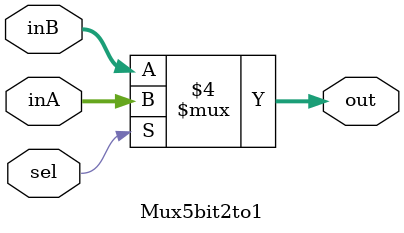
<source format=v>
`timescale 1ns / 1ps


module Mux5bit2to1(out, inA, inB, sel);

    output reg [4:0] out;
    
    input [4:0] inA;
    input [4:0] inB;
    input sel;

    always @ (inA, inB, sel) begin
        if (sel == 1) begin
            out = inA;
            end
        else
            out = inB;
            end
endmodule

</source>
